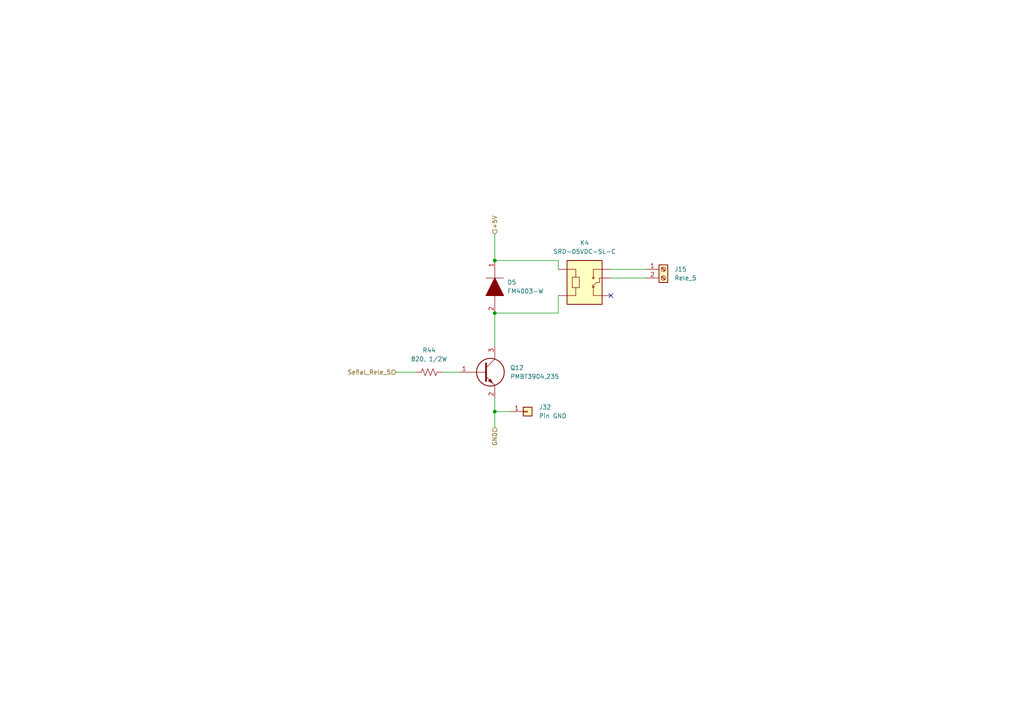
<source format=kicad_sch>
(kicad_sch (version 20211123) (generator eeschema)
  (paper "A4")
  (lib_symbols
    (symbol "Connector:Screw_Terminal_01x02" (pin_names (offset 1.016) hide)
      (property "Reference" "J" (at 0 2.54 0))
      (property "Value" "Screw_Terminal_01x02" (at 0 -5.08 0))
      (symbol "Screw_Terminal_01x02_1_1"
        (rectangle (start -1.27 1.27) (end 1.27 -3.81) (stroke (width 0.254)) (fill (type background)))
        (circle (center 0 -2.54) (radius 0.635) (stroke (width 0.1524)))
        (polyline (pts (xy -0.5334 -2.2098) (xy 0.3302 -3.048)) (stroke (width 0.1524)))
        (polyline (pts (xy -0.5334 0.3302) (xy 0.3302 -0.508)) (stroke (width 0.1524)))
        (polyline (pts (xy -0.3556 -2.032) (xy 0.508 -2.8702)) (stroke (width 0.1524)))
        (polyline (pts (xy -0.3556 0.508) (xy 0.508 -0.3302)) (stroke (width 0.1524)))
        (circle (center 0 0) (radius 0.635) (stroke (width 0.1524)))
        (pin passive line (at -5.08 0 0) (length 3.81) (name "Pin_1") (number "1"))
        (pin passive line (at -5.08 -2.54 0) (length 3.81) (name "Pin_2") (number "2"))
      )
    )
    (symbol "Connector_Generic:Conn_01x01" (pin_names (offset 1.016) hide)
      (property "Reference" "J" (at 0 2.54 0))
      (property "Value" "Conn_01x01" (at 0 -2.54 0))
      (symbol "Conn_01x01_1_1"
        (rectangle (start -1.27 0.127) (end 0 -0.127) (stroke (width 0.1524)))
        (rectangle (start -1.27 1.27) (end 1.27 -1.27) (stroke (width 0.254)) (fill (type background)))
        (pin passive line (at -5.08 0 0) (length 3.81) (name "Pin_1") (number "1"))
      )
    )
    (symbol "Device:R_US" (pin_numbers hide) (pin_names (offset 0))
      (property "Reference" "R" (at 2.54 0 90))
      (property "Value" "R_US" (at -2.54 0 90))
      (symbol "R_US_0_1"
        (polyline (pts (xy 0 -2.286) (xy 0 -2.54)))
        (polyline (pts (xy 0 2.286) (xy 0 2.54)))
        (polyline (pts (xy 0 -0.762) (xy 1.016 -1.143) (xy 0 -1.524) (xy -1.016 -1.905) (xy 0 -2.286)))
        (polyline (pts (xy 0 0.762) (xy 1.016 0.381) (xy 0 0) (xy -1.016 -0.381) (xy 0 -0.762)))
        (polyline (pts (xy 0 2.286) (xy 1.016 1.905) (xy 0 1.524) (xy -1.016 1.143) (xy 0 0.762)))
      )
      (symbol "R_US_1_1"
        (pin passive line (at 0 3.81 270) (length 1.27) (name "~") (number "1"))
        (pin passive line (at 0 -3.81 90) (length 1.27) (name "~") (number "2"))
      )
    )
    (symbol "FM4003-W:FM4003-W" (pin_names (offset 0.762))
      (property "Reference" "D" (at 11.43 5.08 0))
      (property "Value" "FM4003-W" (at 11.43 2.54 0))
      (symbol "FM4003-W_0_0"
        (pin passive line (at 0 0 0) (length 2.54) (name "~") (number "1"))
        (pin passive line (at 15.24 0 180) (length 2.54) (name "~") (number "2"))
      )
      (symbol "FM4003-W_0_1"
        (polyline (pts (xy 2.54 0) (xy 5.08 0)) (stroke (width 0.1524)))
        (polyline (pts (xy 5.08 2.54) (xy 5.08 -2.54)) (stroke (width 0.1524)))
        (polyline (pts (xy 10.16 0) (xy 12.7 0)) (stroke (width 0.1524)))
        (polyline (pts (xy 5.08 0) (xy 10.16 2.54) (xy 10.16 -2.54) (xy 5.08 0)) (stroke (width 0.254)) (fill (type outline)))
      )
    )
    (symbol "PMBT3904,235:PMBT3904,235" (pin_names (offset 0.762))
      (property "Reference" "Q" (at 13.97 1.27 0))
      (property "Value" "PMBT3904,235" (at 13.97 -1.27 0))
      (symbol "PMBT3904,235_0_0"
        (pin passive line (at 0 0 0) (length 2.54) (name "~") (number "1"))
        (pin passive line (at 10.16 -7.62 90) (length 2.54) (name "~") (number "2"))
        (pin passive line (at 10.16 7.62 270) (length 2.54) (name "~") (number "3"))
      )
      (symbol "PMBT3904,235_0_1"
        (polyline (pts (xy 2.54 0) (xy 7.62 0)) (stroke (width 0.1524)))
        (polyline (pts (xy 7.62 -1.27) (xy 10.16 -3.81)) (stroke (width 0.1524)))
        (polyline (pts (xy 7.62 1.27) (xy 10.16 3.81)) (stroke (width 0.1524)))
        (polyline (pts (xy 7.62 2.54) (xy 7.62 -2.54)) (stroke (width 0.508)))
        (polyline (pts (xy 10.16 -3.81) (xy 10.16 -5.08)) (stroke (width 0.1524)))
        (polyline (pts (xy 10.16 3.81) (xy 10.16 5.08)) (stroke (width 0.1524)))
        (polyline (pts (xy 8.382 -2.54) (xy 8.89 -2.032) (xy 9.398 -3.048) (xy 8.382 -2.54)) (stroke (width 0.254)) (fill (type outline)))
        (circle (center 8.89 0) (radius 4.0132) (stroke (width 0.254)))
      )
    )
    (symbol "SRD-05VDC-SL-C:SRD-05VDC-SL-C" (pin_numbers hide) (pin_names (offset 1.016) hide)
      (property "Reference" "K" (at -5.08 5.842 0))
      (property "Value" "SRD-05VDC-SL-C" (at -5.08 -10.16 0))
      (symbol "SRD-05VDC-SL-C_0_0"
        (rectangle (start -5.08 -7.62) (end 5.08 5.08) (stroke (width 0.254)) (fill (type background)))
        (polyline (pts (xy -5.08 2.54) (xy -2.54 2.54)) (stroke (width 0.1524)))
        (polyline (pts (xy -3.556 -2.794) (xy -2.54 -2.794)) (stroke (width 0.1524)))
        (polyline (pts (xy -3.556 0.254) (xy -3.556 -2.794)) (stroke (width 0.1524)))
        (polyline (pts (xy -2.54 -5.08) (xy -5.08 -5.08)) (stroke (width 0.1524)))
        (polyline (pts (xy -2.54 -2.794) (xy -2.54 -5.08)) (stroke (width 0.1524)))
        (polyline (pts (xy -2.54 -2.794) (xy -1.524 -2.794)) (stroke (width 0.1524)))
        (polyline (pts (xy -2.54 0.254) (xy -3.556 0.254)) (stroke (width 0.1524)))
        (polyline (pts (xy -2.54 2.54) (xy -2.54 0.254)) (stroke (width 0.1524)))
        (polyline (pts (xy -1.524 -2.794) (xy -1.524 0.254)) (stroke (width 0.1524)))
        (polyline (pts (xy -1.524 0.254) (xy -2.54 0.254)) (stroke (width 0.1524)))
        (polyline (pts (xy 2.54 -5.08) (xy 5.08 -5.08)) (stroke (width 0.1524)))
        (polyline (pts (xy 2.54 -2.54) (xy 2.54 -5.08)) (stroke (width 0.1524)))
        (polyline (pts (xy 2.54 2.54) (xy 2.54 0)) (stroke (width 0.1524)))
        (polyline (pts (xy 3.556 -1.27) (xy 2.286 -2.286)) (stroke (width 0.1524)))
        (polyline (pts (xy 3.556 -1.27) (xy 4.318 -1.27)) (stroke (width 0.1524)))
        (polyline (pts (xy 4.318 -1.27) (xy 4.318 0)) (stroke (width 0.1524)))
        (polyline (pts (xy 4.318 0) (xy 5.08 0)) (stroke (width 0.1524)))
        (polyline (pts (xy 5.08 2.54) (xy 2.54 2.54)) (stroke (width 0.1524)))
        (circle (center 2.54 -2.54) (radius 0.254) (stroke (width 0.1524)))
        (circle (center 2.54 0) (radius 0.254) (stroke (width 0.1524)))
        (pin passive line (at -7.62 2.54 0) (length 2.54) (name "~") (number "A1"))
        (pin passive line (at -7.62 -5.08 0) (length 2.54) (name "~") (number "A2"))
        (pin passive line (at 7.62 0 180) (length 2.54) (name "~") (number "COM"))
        (pin passive line (at 7.62 -5.08 180) (length 2.54) (name "~") (number "NC"))
        (pin passive line (at 7.62 2.54 180) (length 2.54) (name "~") (number "NO"))
      )
    )
  )
  (junction (at 143.51 75.565))
  (junction (at 143.51 90.805))
  (junction (at 143.51 119.38))
  (no_connect (at 177.165 85.725))
  (wire (pts (xy 143.51 119.38) (xy 147.955 119.38)))
  (wire (pts (xy 177.165 80.645) (xy 187.325 80.645)))
  (wire (pts (xy 114.935 107.95) (xy 120.65 107.95)))
  (wire (pts (xy 161.925 75.565) (xy 161.925 78.105)))
  (wire (pts (xy 143.51 115.57) (xy 143.51 119.38)))
  (wire (pts (xy 161.925 90.805) (xy 161.925 85.725)))
  (wire (pts (xy 177.165 78.105) (xy 187.325 78.105)))
  (wire (pts (xy 143.51 90.805) (xy 161.925 90.805)))
  (wire (pts (xy 143.51 119.38) (xy 143.51 123.825)))
  (wire (pts (xy 128.27 107.95) (xy 133.35 107.95)))
  (wire (pts (xy 143.51 75.565) (xy 161.925 75.565)))
  (wire (pts (xy 143.51 90.805) (xy 143.51 100.33)))
  (wire (pts (xy 143.51 67.945) (xy 143.51 75.565)))
  (hierarchical_label "GND" (shape input) (at 143.51 123.825 270))
  (hierarchical_label "Señal_Rele_5" (shape input) (at 114.935 107.95 180))
  (hierarchical_label "+5V" (shape input) (at 143.51 67.945 90))
  (symbol (lib_id "SRD-05VDC-SL-C:SRD-05VDC-SL-C") (at 169.545 80.645 0) (unit 1)
    (property "Reference" "K4" (at 169.545 70.4342 0))
    (property "Value" "SRD-05VDC-SL-C" (at 169.545 72.9742 0))
    (property "Footprint" "SRD-05VDC-SL-C-Version_2:RELAY_SRD-05VDC-SL-C" (effects hide))
    (property "MANUFACTURER" "SONGLE RELAY" (effects hide))
    (property "STANDARD" "IPC-7251" (effects hide))
  )
  (symbol (lib_id "PMBT3904,235:PMBT3904,235") (at 133.35 107.95 0) (unit 1)
    (property "Reference" "Q12" (at 147.955 106.6799 0) (effects (justify left)))
    (property "Value" "PMBT3904,235" (at 147.955 109.2199 0) (effects (justify left)))
    (property "Footprint" "PMBT3904,235:SOT95P230X110-3N" (effects hide))
    (property "Datasheet" "https://assets.nexperia.com/documents/data-sheet/PMBT3904.pdf" (effects hide))
    (property "Description" "PMBT3904 - NPN switching transistor" (effects hide))
    (property "Height" "1.1" (effects hide))
    (property "Manufacturer_Name" "Nexperia" (effects hide))
    (property "Manufacturer_Part_Number" "PMBT3904,235" (effects hide))
    (property "Mouser Part Number" "771-PMBT3904235" (effects hide))
    (property "Mouser Price/Stock" "https://www.mouser.co.uk/ProductDetail/Nexperia/PMBT3904235?qs=LOCUfHb8d9uziIfl4fmvZg%3D%3D" (effects hide))
    (property "Arrow Part Number" "PMBT3904,235" (effects hide))
    (property "Arrow Price/Stock" "https://www.arrow.com/en/products/pmbt3904235/nexperia?region=nac" (effects hide))
  )
  (symbol (lib_id "Device:R_US") (at 124.46 107.95 90) (unit 1)
    (property "Reference" "R44" (at 124.46 101.6 90))
    (property "Value" "820, 1/2W" (at 124.46 104.14 90))
    (property "Footprint" "Resistor_SMD:R_0805_2012Metric" (effects hide))
  )
  (symbol (lib_id "Connector:Screw_Terminal_01x02") (at 192.405 78.105 0) (unit 1)
    (property "Reference" "J15" (at 195.58 78.1049 0) (effects (justify left)))
    (property "Value" "Rele_5" (at 195.58 80.6449 0) (effects (justify left)))
    (property "Footprint" "TB002-500-02BE:TB00250002BE" (effects hide))
  )
  (symbol (lib_id "Connector_Generic:Conn_01x01") (at 153.035 119.38 0) (unit 1)
    (property "Reference" "J32" (at 156.2862 118.1099 0) (effects (justify left)))
    (property "Value" "Pin GND" (at 156.2862 120.6499 0) (effects (justify left)))
    (property "Footprint" "Connector_PinHeader_2.54mm:PinHeader_1x01_P2.54mm_Vertical" (effects hide))
  )
  (symbol (lib_id "FM4003-W:FM4003-W") (at 143.51 75.565 270) (unit 1)
    (property "Reference" "D5" (at 147.0914 81.9149 90) (effects (justify left)))
    (property "Value" "FM4003-W" (at 147.0914 84.4549 90) (effects (justify left)))
    (property "Footprint" "FM4003W:DIOM5025X231N" (effects hide))
    (property "Datasheet" "https://componentsearchengine.com/Datasheets/1/FM4003-W.pdf" (effects hide))
    (property "Description" "Rectifiers 1A 200V GP" (effects hide))
    (property "Height" "2.31" (effects hide))
    (property "Manufacturer_Name" "Rectron" (effects hide))
    (property "Manufacturer_Part_Number" "FM4003-W" (effects hide))
    (property "Mouser Part Number" "583-FM4003-W" (effects hide))
    (property "Mouser Price/Stock" "https://www.mouser.co.uk/ProductDetail/Rectron/FM4003-W/?qs=5h8Q3Z7TNRlJu6QU92Ho0w%3D%3D" (effects hide))
    (property "Arrow Part Number" "FM4003-W" (effects hide))
    (property "Arrow Price/Stock" "https://www.arrow.com/en/products/fm4003-w/rectron" (effects hide))
  )
)
</source>
